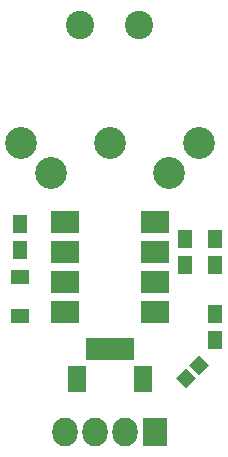
<source format=gts>
G04 #@! TF.FileFunction,Soldermask,Top*
%FSLAX46Y46*%
G04 Gerber Fmt 4.6, Leading zero omitted, Abs format (unit mm)*
G04 Created by KiCad (PCBNEW 4.0.1-stable) date Tuesday, April 19, 2016 'PMt' 04:38:34 PM*
%MOMM*%
G01*
G04 APERTURE LIST*
%ADD10C,0.100000*%
%ADD11C,2.700000*%
%ADD12C,2.400000*%
%ADD13R,2.127200X2.432000*%
%ADD14O,2.127200X2.432000*%
%ADD15R,1.300000X1.600000*%
%ADD16R,2.432000X1.924000*%
%ADD17R,1.620000X1.310000*%
%ADD18R,1.000000X1.950000*%
%ADD19R,1.600000X2.200000*%
G04 APERTURE END LIST*
D10*
D11*
X157407000Y-96162500D03*
D12*
X149907000Y-83662500D03*
D11*
X159907000Y-93662500D03*
X152407000Y-93662500D03*
X144907000Y-93662500D03*
X147407000Y-96162500D03*
D12*
X154907000Y-83662500D03*
D13*
X156210000Y-118110000D03*
D14*
X153670000Y-118110000D03*
X151130000Y-118110000D03*
X148590000Y-118110000D03*
D15*
X161290000Y-103970000D03*
X161290000Y-101770000D03*
D16*
X148590000Y-100330000D03*
X148590000Y-102870000D03*
X148590000Y-105410000D03*
X148590000Y-107950000D03*
X156210000Y-107950000D03*
X156210000Y-105410000D03*
X156210000Y-102870000D03*
X156210000Y-100330000D03*
D17*
X144780000Y-105045000D03*
X144780000Y-108315000D03*
D15*
X144780000Y-102700000D03*
X144780000Y-100500000D03*
X158750000Y-101770000D03*
X158750000Y-103970000D03*
D10*
G36*
X158855165Y-114406638D02*
X158008362Y-113559835D01*
X158855165Y-112713032D01*
X159701968Y-113559835D01*
X158855165Y-114406638D01*
X158855165Y-114406638D01*
G37*
G36*
X159914835Y-113346968D02*
X159068032Y-112500165D01*
X159914835Y-111653362D01*
X160761638Y-112500165D01*
X159914835Y-113346968D01*
X159914835Y-113346968D01*
G37*
D18*
X153900000Y-111132500D03*
X152900000Y-111132500D03*
X151900000Y-111132500D03*
X150900000Y-111132500D03*
D19*
X155200000Y-113657500D03*
X149600000Y-113657500D03*
D15*
X161290000Y-108120000D03*
X161290000Y-110320000D03*
M02*

</source>
